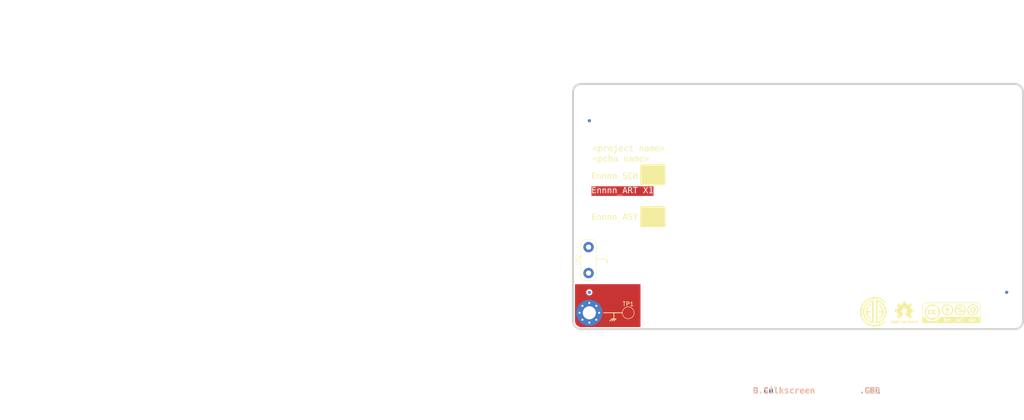
<source format=kicad_pcb>
(kicad_pcb
	(version 20240108)
	(generator "pcbnew")
	(generator_version "8.0")
	(general
		(thickness 1.6)
		(legacy_teardrops no)
	)
	(paper "USLegal")
	(layers
		(0 "F.Cu" signal)
		(1 "In1.Cu" signal)
		(2 "In2.Cu" signal)
		(31 "B.Cu" signal)
		(32 "B.Adhes" user "B.Adhesive")
		(33 "F.Adhes" user "F.Adhesive")
		(34 "B.Paste" user)
		(35 "F.Paste" user)
		(36 "B.SilkS" user "B.Silkscreen")
		(37 "F.SilkS" user "F.Silkscreen")
		(38 "B.Mask" user)
		(39 "F.Mask" user)
		(40 "Dwgs.User" user "User.Drawings")
		(41 "Cmts.User" user "User.Comments")
		(42 "Eco1.User" user "User.Eco1")
		(43 "Eco2.User" user "User.Eco2")
		(44 "Edge.Cuts" user "Board.Outline")
		(45 "Margin" user)
		(46 "B.CrtYd" user "B.Courtyard")
		(47 "F.CrtYd" user "F.Courtyard")
		(48 "B.Fab" user "B.Assembly")
		(49 "F.Fab" user "F.Assembly")
		(50 "User.1" user "Gerber.Title.Block")
		(51 "User.2" user "F.FabNotes")
		(52 "User.3" user "F.FabNotes2")
		(53 "User.4" user "B.FabNotes")
		(54 "User.5" user "B.FabNotes2")
		(55 "User.6" user)
		(56 "User.7" user)
		(57 "User.8" user)
		(58 "User.9" user)
	)
	(setup
		(stackup
			(layer "F.SilkS"
				(type "Top Silk Screen")
			)
			(layer "F.Paste"
				(type "Top Solder Paste")
			)
			(layer "F.Mask"
				(type "Top Solder Mask")
				(thickness 0.01)
			)
			(layer "F.Cu"
				(type "copper")
				(thickness 0.035)
			)
			(layer "dielectric 1"
				(type "prepreg")
				(thickness 0.1)
				(material "FR4")
				(epsilon_r 4.5)
				(loss_tangent 0.02)
			)
			(layer "In1.Cu"
				(type "copper")
				(thickness 0.035)
			)
			(layer "dielectric 2"
				(type "core")
				(thickness 1.24)
				(material "FR4")
				(epsilon_r 4.5)
				(loss_tangent 0.02)
			)
			(layer "In2.Cu"
				(type "copper")
				(thickness 0.035)
			)
			(layer "dielectric 3"
				(type "prepreg")
				(thickness 0.1)
				(material "FR4")
				(epsilon_r 4.5)
				(loss_tangent 0.02)
			)
			(layer "B.Cu"
				(type "copper")
				(thickness 0.035)
			)
			(layer "B.Mask"
				(type "Bottom Solder Mask")
				(thickness 0.01)
			)
			(layer "B.Paste"
				(type "Bottom Solder Paste")
			)
			(layer "B.SilkS"
				(type "Bottom Silk Screen")
			)
			(copper_finish "ENIG")
			(dielectric_constraints no)
		)
		(pad_to_mask_clearance 0)
		(allow_soldermask_bridges_in_footprints no)
		(grid_origin 170 100)
		(pcbplotparams
			(layerselection 0x00010fc_ffffffff)
			(plot_on_all_layers_selection 0x0041000_00000000)
			(disableapertmacros no)
			(usegerberextensions yes)
			(usegerberattributes yes)
			(usegerberadvancedattributes yes)
			(creategerberjobfile yes)
			(dashed_line_dash_ratio 12.000000)
			(dashed_line_gap_ratio 3.000000)
			(svgprecision 4)
			(plotframeref no)
			(viasonmask no)
			(mode 1)
			(useauxorigin yes)
			(hpglpennumber 1)
			(hpglpenspeed 20)
			(hpglpendiameter 15.000000)
			(pdf_front_fp_property_popups yes)
			(pdf_back_fp_property_popups yes)
			(dxfpolygonmode yes)
			(dxfimperialunits yes)
			(dxfusepcbnewfont yes)
			(psnegative no)
			(psa4output no)
			(plotreference yes)
			(plotvalue yes)
			(plotfptext yes)
			(plotinvisibletext no)
			(sketchpadsonfab no)
			(subtractmaskfromsilk no)
			(outputformat 1)
			(mirror no)
			(drillshape 0)
			(scaleselection 1)
			(outputdirectory "2_Fabrication/artwork/")
		)
	)
	(property "art_checked_date" "<art checked date>")
	(property "art_checker" "<art checker>")
	(property "art_eng" "<art engineer>")
	(property "art_eng_date" "<art engineer date>")
	(property "art_prj_eng_date" "<art prj eng date>")
	(property "art_rev" "X1")
	(property "base_pn" "Ennnn")
	(property "pcb_checked_date" "<pcb checked date>")
	(property "pcb_checker" "<pcb checker>")
	(property "pcb_eng" "<pcb engineer>")
	(property "pcb_eng_date" "<pcb engineer date>")
	(property "pcb_prj_eng_date" "<pcb prj eng date>")
	(property "pcb_rev" "X1")
	(property "pcba_checked_date" "<pcba checked date>")
	(property "pcba_checker" "<pcba checker>")
	(property "pcba_eng" "<pcba engineer>")
	(property "pcba_eng_date" "<pcba engineer date>")
	(property "pcba_name" "<pcba name>")
	(property "pcba_prj_eng_date" "<pcba prj eng date>")
	(property "pcba_rev" "X1")
	(property "prj_eng" "<prj_eng>")
	(property "prj_license" "<prj license>")
	(property "prj_name" "<project name>")
	(property "sch_checked_date" "<sch checked date>")
	(property "sch_checker" "<sch checker>")
	(property "sch_eng" "<sch engineer>")
	(property "sch_eng_date" "<sch engineer date>")
	(property "sch_prj_eng_date" "<sch prj eng date>")
	(property "sch_rev" "X1")
	(net 0 "")
	(net 1 "Earth")
	(net 2 "GND")
	(footprint "Logos:footprint_ddcee_5x5" (layer "F.Cu") (at 243.75 95.75))
	(footprint "Logos:footprint_CC-BY-SA-NC" (layer "F.Cu") (at 262.5 96))
	(footprint "TestPoint:TestPoint_Pad_D2.5mm" (layer "F.Cu") (at 183.5 96))
	(footprint "Fiducial:Fiducial_0.75mm_Mask1.5mm" (layer "F.Cu") (at 174 49))
	(footprint "Fiducial:Fiducial_0.75mm_Mask1.5mm" (layer "F.Cu") (at 276 91))
	(footprint "MountingHole:MountingHole_3.2mm_M3_Pad_Via" (layer "F.Cu") (at 174 96))
	(footprint "Fiducial:Fiducial_0.75mm_Mask1.5mm" (layer "F.Cu") (at 174 91))
	(footprint "MountingHole:MountingHole_3.2mm_M3" (layer "F.Cu") (at 276 44))
	(footprint "MountingHole:MountingHole_3.2mm_M3" (layer "F.Cu") (at 174 44))
	(footprint "MountingHole:MountingHole_3.2mm_M3" (layer "F.Cu") (at 276 96))
	(footprint "Symbol:OSHW-Logo2_7.3x6mm_SilkScreen" (layer "F.Cu") (at 251 96))
	(footprint "DDCEE:TP_2P_Keystone_1430-2" (layer "F.Cu") (at 173.81 83.109 90))
	(footprint "Fiducial:Fiducial_0.75mm_Mask1.5mm" (layer "B.Cu") (at 174 49 180))
	(footprint "Fiducial:Fiducial_0.75mm_Mask1.5mm" (layer "B.Cu") (at 276 91 180))
	(footprint "Fiducial:Fiducial_0.75mm_Mask1.5mm" (layer "B.Cu") (at 174 91 180))
	(gr_line
		(start 180 97.5)
		(end 180.5 97.5)
		(stroke
			(width 0.2)
			(type default)
		)
		(layer "F.SilkS")
		(uuid "0dcf417d-df4b-4d2c-bb2f-349de9161a0d")
	)
	(gr_rect
		(start 186.5 59.75)
		(end 192.5 64.75)
		(stroke
			(width 0.1)
			(type solid)
		)
		(fill solid)
		(layer "F.SilkS")
		(uuid "13ea2c1b-001f-491c-9fa7-9fa7f47459c3")
	)
	(gr_line
		(start 178.382 83.49)
		(end 178.128 83.49)
		(stroke
			(width 0.1)
			(type default)
		)
		(layer "F.SilkS")
		(uuid "31d3069f-44c2-482a-9224-c14427773d2d")
	)
	(gr_line
		(start 178.636 83.49)
		(end 178.382 83.49)
		(stroke
			(width 0.1)
			(type default)
		)
		(layer "F.SilkS")
		(uuid "330580aa-0b40-4960-92f4-9e4be87d2dba")
	)
	(gr_line
		(start 178.128 83.49)
		(end 178.382 83.871)
		(stroke
			(width 0.1)
			(type default)
		)
		(layer "F.SilkS")
		(uuid "33585e63-5b03-44c2-bbc3-e8908788c2f1")
	)
	(gr_line
		(start 180 97.5)
		(end 179.5 98)
		(stroke
			(width 0.2)
			(type default)
		)
		(layer "F.SilkS")
		(uuid "37d4d8bd-08df-46c3-8684-707dd42b5648")
	)
	(gr_line
		(start 180 97.5)
		(end 179.5 97.5)
		(stroke
			(width 0.2)
			(type default)
		)
		(layer "F.SilkS")
		(uuid "53031772-3ed0-48df-a1bb-31e57df20d24")
	)
	(gr_line
		(start 177.5 96)
		(end 182.05 96)
		(stroke
			(width 0.2)
			(type default)
		)
		(layer "F.SilkS")
		(uuid "6b976f71-5ea0-49cd-9de0-45875ef4c8c6")
	)
	(gr_line
		(start 178.382 82.855)
		(end 178.382 83.49)
		(stroke
			(width 0.1)
			(type default)
		)
		(layer "F.SilkS")
		(uuid "709171cd-5726-4d68-899a-d7e45cfdbd21")
	)
	(gr_line
		(start 178.382 83.871)
		(end 178.636 83.49)
		(stroke
			(width 0.1)
			(type default)
		)
		(layer "F.SilkS")
		(uuid "7b02392b-e7f8-4f5b-9b04-b948a6e324cd")
	)
	(gr_line
		(start 179.5 97.5)
		(end 179 98)
		(stroke
			(width 0.2)
			(type default)
		)
		(layer "F.SilkS")
		(uuid "85bb451f-9305-41c0-832f-4630a159c0e6")
	)
	(gr_line
		(start 175.715 82.855)
		(end 178.382 82.855)
		(stroke
			(width 0.1)
			(type default)
		)
		(layer "F.SilkS")
		(uuid "95d8d0b8-8eba-4f67-8422-7aea021de3d1")
	)
	(gr_rect
		(start 186.5 70)
		(end 192.5 75)
		(stroke
			(width 0.1)
			(type solid)
		)
		(fill solid)
		(layer "F.SilkS")
		(uuid "99252813-ef97-4973-9fcb-ddb7bc57c65d")
	)
	(gr_line
		(start 179.5 97.5)
		(end 180 97.5)
		(stroke
			(width 0.2)
			(type default)
		)
		(layer "F.SilkS")
		(uuid "b548883b-c706-4987-92f5-c5ea8563e0bd")
	)
	(gr_line
		(start 180 96)
		(end 180 97.5)
		(stroke
			(width 0.2)
			(type default)
		)
		(layer "F.SilkS")
		(uuid "b8f532c5-d638-46cb-ada7-2e041f674c13")
	)
	(gr_line
		(start 180.5 97.5)
		(end 180 98)
		(stroke
			(width 0.2)
			(type default)
		)
		(layer "F.SilkS")
		(uuid "d20de10c-c318-4fc4-ba50-5497944272a9")
	)
	(gr_arc
		(start 278 40)
		(mid 279.414214 40.585786)
		(end 280 42)
		(stroke
			(width 0.5)
			(type default)
		)
		(layer "Edge.Cuts")
		(uuid "0fa91bda-2771-4007-90f3-a8d5fc022e04")
	)
	(gr_arc
		(start 170 42)
		(mid 170.585786 40.585786)
		(end 172 40)
		(stroke
			(width 0.5)
			(type default)
		)
		(layer "Edge.Cuts")
		(uuid "16e17c01-13ee-41df-8783-16c972a65ef3")
	)
	(gr_line
		(start 172 40)
		(end 278 40)
		(stroke
			(width 0.5)
			(type default)
		)
		(layer "Edge.Cuts")
		(uuid "2a00a707-7e56-4914-9679-9c68490b57e2")
	)
	(gr_arc
		(start 172 100)
		(mid 170.585786 99.414214)
		(end 170 98)
		(stroke
			(width 0.5)
			(type default)
		)
		(layer "Edge.Cuts")
		(uuid "55bd4598-cca1-4501-a58b-661a5ecf5d1b")
	)
	(gr_line
		(start 278 100)
		(end 172 100)
		(stroke
			(width 0.5)
			(type default)
		)
		(layer "Edge.Cuts")
		(uuid "91a69d93-811a-4075-8220-8039a8f5574e")
	)
	(gr_line
		(start 170 98)
		(end 170 42)
		(stroke
			(width 0.5)
			(type default)
		)
		(layer "Edge.Cuts")
		(uuid "b64e9755-d192-435c-8327-4c57a50096c3")
	)
	(gr_line
		(start 280 42)
		(end 280 98)
		(stroke
			(width 0.5)
			(type default)
		)
		(layer "Edge.Cuts")
		(uuid "b686bee5-0599-476e-8a66-216bf5e69aef")
	)
	(gr_arc
		(start 280 98)
		(mid 279.414214 99.414214)
		(end 278 100)
		(stroke
			(width 0.5)
			(type default)
		)
		(layer "Edge.Cuts")
		(uuid "cf69f061-a8bd-4649-810d-749fbcd17fcb")
	)
	(gr_line
		(start 213 112)
		(end 254 112)
		(stroke
			(width 0.1)
			(type default)
		)
		(layer "User.1")
		(uuid "495c911d-3487-46f3-b146-75655416a65b")
	)
	(gr_line
		(start 253 122)
		(end 199 122)
		(stroke
			(width 0.1)
			(type default)
		)
		(layer "User.1")
		(uuid "53f537b0-96d5-471a-ac19-fa1a15d818c6")
	)
	(gr_line
		(start 213 110)
		(end 213 122)
		(stroke
			(width 0.1)
			(type default)
		)
		(layer "User.1")
		(uuid "5532e964-91d3-4c85-9c11-3d4f539023ca")
	)
	(gr_line
		(start 236 112)
		(end 236 114)
		(stroke
			(width 0.1)
			(type default)
		)
		(layer "User.1")
		(uuid "773f1f31-26aa-48e6-bfff-a4d7c61378f8")
	)
	(gr_line
		(start 254 111)
		(end 254 121)
		(stroke
			(width 0.1)
			(type default)
		)
		(layer "User.1")
		(uuid "87cbf228-d7a2-4db5-b1af-4970ee7fde86")
	)
	(gr_line
		(start 198 114)
		(end 254 114)
		(stroke
			(width 0.1)
			(type default)
		)
		(layer "User.1")
		(uuid "977de40f-2f77-4b74-baad-46eaf7f1b5a4")
	)
	(gr_line
		(start 199 110)
		(end 253 110)
		(stroke
			(width 0.1)
			(type default)
		)
		(layer "User.1")
		(uuid "adf2a7e3-97c2-44d8-8fc5-c3d147bc6d49")
	)
	(gr_arc
		(start 199 122)
		(mid 198.292893 121.707107)
		(end 198 121)
		(stroke
			(width 0.1)
			(type default)
		)
		(layer "User.1")
		(uuid "b296e37a-336c-4227-9a87-975ef077bd08")
	)
	(gr_arc
		(start 253 110)
		(mid 253.707107 110.292893)
		(end 254 111)
		(stroke
			(width 0.1)
			(type default)
		)
		(layer "User.1")
		(uuid "b412ee74-d167-4061-ac83-29cab12b9df1")
	)
	(gr_arc
		(start 254 121)
		(mid 253.707107 121.707107)
		(end 253 122)
		(stroke
			(width 0.1)
			(type default)
		)
		(layer "User.1")
		(uuid "c0efa227-dd21-4b9f-975f-0df7b2981ecc")
	)
	(gr_line
		(start 231 112)
		(end 231 122)
		(stroke
			(width 0.1)
			(type default)
		)
		(layer "User.1")
		(uuid "c76786d7-4817-4796-8c4c-bc8419356c98")
	)
	(gr_arc
		(start 198 111)
		(mid 198.292893 110.292893)
		(end 199 110)
		(stroke
			(width 0.1)
			(type default)
		)
		(layer "User.1")
		(uuid "d79e472c-3fc4-4503-8132-56d8853d5a0c")
	)
	(gr_line
		(start 198 120)
		(end 254 120)
		(stroke
			(width 0.1)
			(type default)
		)
		(layer "User.1")
		(uuid "deb2e02e-7a7b-4bf4-b64c-f1addd793b22")
	)
	(gr_line
		(start 198 121)
		(end 198 111)
		(stroke
			(width 0.1)
			(type default)
		)
		(layer "User.1")
		(uuid "e7e88c09-6054-40f5-bc7e-e5f414583b52")
	)
	(gr_line
		(start 198 118)
		(end 254 118)
		(stroke
			(width 0.1)
			(type default)
		)
		(layer "User.1")
		(uuid "eb83e05f-adea-45c7-8b70-97ccbae9d5b9")
	)
	(gr_line
		(start 240 114)
		(end 240 116)
		(stroke
			(width 0.1)
			(type default)
		)
		(layer "User.1")
		(uuid "f6a8dd74-b5f4-4671-9666-f9943477681d")
	)
	(gr_line
		(start 198 116)
		(end 254 116)
		(stroke
			(width 0.1)
			(type default)
		)
		(layer "User.1")
		(uuid "f9ee94b0-877a-4735-a73a-d228789b3797")
	)
	(gr_line
		(start 236 116)
		(end 236 122)
		(stroke
			(width 0.1)
			(type default)
		)
		(layer "User.1")
		(uuid "fa3a3217-9c5e-41b5-95d3-ef44d8519447")
	)
	(gr_line
		(start 30 86.762)
		(end 153.328575 86.762)
		(stroke
			(width 0.1)
			(type default)
		)
		(layer "User.2")
		(uuid "03a0eb4c-6146-4851-834c-0a2c5e78889e")
	)
	(gr_line
		(start 45.385714 50)
		(end 45.385714 101.186)
		(stroke
			(width 0.1)
			(type default)
		)
		(layer "User.2")
		(uuid "1b5c2a9d-7b0b-4338-b68c-8e9e6a269c24")
	)
	(gr_line
		(start 30 68.732)
		(end 153.328575 68.732)
		(stroke
			(width 0.1)
			(type default)
		)
		(layer "User.2")
		(uuid "1e8cdfc7-7a9e-442b-933a-77dc90838c48")
	)
	(gr_line
		(start 30 65.126)
		(end 153.328575 65.126)
		(stroke
			(width 0.1)
			(type default)
		)
		(layer "User.2")
		(uuid "1fb4e14b-8419-46cc-b9fd-22d21a010b71")
	)
	(gr_line
		(start 70.457142 50)
		(end 70.457142 101.186)
		(stroke
			(width 0.1)
			(type default)
		)
		(layer "User.2")
		(uuid "238e2f57-b678-4463-9be7-8bdc2a0affaf")
	)
	(gr_line
		(start 153.328575 50)
		(end 153.328575 101.186)
		(stroke
			(width 0.1)
			(type default)
		)
		(layer "User.2")
		(uuid "268d964b-d6f8-495c-a82d-609aaeac8b52")
	)
	(gr_line
		(start 30 97.58)
		(end 153.328575 97.58)
		(stroke
			(width 0.1)
			(type default)
		)
		(layer "User.2")
		(uuid "2be2b0d3-82cc-4d8d-9431-9f89116324d0")
	)
	(gr_line
		(start 30 72.338)
		(end 153.328575 72.338)
		(stroke
			(width 0.1)
			(type default)
		)
		(layer "User.2")
		(uuid "599f8d36-28b5-4074-bbce-b5ac5f087ca6")
	)
	(gr_line
		(start 30 83.156)
		(end 153.328575 83.156)
		(stroke
			(width 0.1)
			(type default)
		)
		(layer "User.2")
		(uuid "73f2138e-1931-4121-b6b9-9965926558e6")
	)
	(gr_line
		(start 30 75.944)
		(end 153.328575 75.944)
		(stroke
			(width 0.1)
			(type default)
		)
		(layer "User.2")
		(uuid "79710314-a44e-4497-b332-becf8e80fb31")
	)
	(gr_line
		(start 30 93.974)
		(end 153.328575 93.974)
		(stroke
			(width 0.1)
			(type default)
		)
		(layer "User.2")
		(uuid "7cd248cd-561b-4536-af55-be46cf2893cb")
	)
	(gr_line
		(start 30 57.914)
		(end 153.328575 57.914)
		(stroke
			(width 0.1)
			(type default)
		)
		(layer "User.2")
		(uuid "85964560-5612-4ede-9a8e-a569a8271aff")
	)
	(gr_line
		(start 30 50)
		(end 153.328575 50)
		(stroke
			(width 0.1)
			(type default)
		)
		(layer "User.2")
		(uuid "89bfe29b-fbb0-46c9-b8e2-f2c274b20f04")
	)
	(gr_line
		(start 30 101.186)
		(end 153.328575 101.186)
		(stroke
			(width 0.1)
			(type default)
		)
		(layer "User.2")
		(uuid "931629c6-274b-484b-88b3-029ce8987434")
	)
	(gr_line
		(start 106.985715 50)
		(end 106.985715 101.186)
		(stroke
			(width 0.1)
			(type default)
		)
		(layer "User.2")
		(uuid "a27d30ce-3158-4d95-9eb8-a27e95ed1eba")
	)
	(gr_line
		(start 30 61.52)
		(end 153.328575 61.52)
		(stroke
			(width 0.1)
			(type default)
		)
		(layer "User.2")
		(uuid "ade48609-9056-410c-8b9b-be3cbab05882")
	)
	(gr_line
		(start 136.371431 50)
		(end 136.371431 101.186)
		(stroke
			(width 0.1)
			(type default)
		)
		(layer "User.2")
		(uuid "af687ddf-ea3d-4630-9e88-5b1b020da470")
	)
	(gr_line
		(start 30 79.55)
		(end 153.328575 79.55)
		(stroke
			(width 0.1)
			(type default)
		)
		(layer "User.2")
		(uuid "bf7b2754-4fa1-4b6e-b338-df64e312d105")
	)
	(gr_line
		(start 30 50)
		(end 30 101.186)
		(stroke
			(width 0.1)
			(type default)
		)
		(layer "User.2")
		(uuid "c2937f2e-69ea-431f-9ceb-f54abe2a0f78")
	)
	(gr_line
		(start 30 90.368)
		(end 153.328575 90.368)
		(stroke
			(width 0.1)
			(type default)
		)
		(layer "User.2")
		(uuid "e438b26f-2d64-414f-bfe6-078d2d3e0213")
	)
	(gr_line
		(start 123.485716 50)
		(end 123.485716 101.186)
		(stroke
			(width 0.1)
			(type default)
		)
		(layer "User.2")
		(uuid "f0d80ed5-b8c0-42a2-bb5e-611d3b88b8f9")
	)
	(gr_line
		(start 30 54.308)
		(end 153.328575 54.308)
		(stroke
			(width 0.1)
			(type default)
		)
		(layer "User.2")
		(uuid "f198a805-ce5f-4de6-8b56-6f9a437e2166")
	)
	(gr_line
		(start 86.957143 50)
		(end 86.957143 101.186)
		(stroke
			(width 0.1)
			(type default)
		)
		(layer "User.2")
		(uuid "f5867a16-b785-403c-8872-78f2d7b14611")
	)
	(gr_text "${base_pn}_ART ${art_rev}"
		(at 174.5 67 0)
		(layer "F.Cu" knockout)
		(uuid "34831a8d-d6cf-4acf-a052-9ffa742b7966")
		(effects
			(font
				(face "Liberation Mono")
				(size 1.5 1.5)
				(thickness 0.1)
			)
			(justify left bottom)
		)
		(render_cache "Ennnn_ART X1" 0
			(polygon
				(pts
					(xy 174.667062 66.745) (xy 174.667062 65.361608) (xy 175.613747 65.361608) (xy 175.613747 65.522442)
					(xy 174.863799 65.522442) (xy 174.863799 65.947791) (xy 175.552198 65.947791) (xy 175.552198 66.106427)
					(xy 174.863799 66.106427) (xy 174.863799 66.584166) (xy 175.656245 66.584166) (xy 175.656245 66.745)
				)
			)
			(polygon
				(pts
					(xy 176.654588 66.745) (xy 176.654588 66.019232) (xy 176.650299 65.945069) (xy 176.633407 65.870167)
					(xy 176.600366 65.808206) (xy 176.5409 65.761123) (xy 176.46358 65.741011) (xy 176.428175 65.73933)
					(xy 176.352734 65.74856) (xy 176.280079 65.780037) (xy 176.223422 65.828036) (xy 176.218248 65.833852)
					(xy 176.175164 65.899511) (xy 176.150032 65.969861) (xy 176.137825 66.050877) (xy 176.136549 66.090307)
					(xy 176.136549 66.745) (xy 175.950802 66.745) (xy 175.950802 65.859863) (xy 175.950504 65.781119)
					(xy 175.949245 65.701411) (xy 175.945328 65.625576) (xy 175.944574 65.619528) (xy 176.119696 65.619528)
					(xy 176.121894 65.647006) (xy 176.124459 65.698297) (xy 176.127196 65.774477) (xy 176.128122 65.807107)
					(xy 176.131053 65.807107) (xy 176.176627 65.735391) (xy 176.232015 65.678513) (xy 176.297218 65.636473)
					(xy 176.372235 65.60927) (xy 176.457067 65.596905) (xy 176.487526 65.596081) (xy 176.561236 65.600744)
					(xy 176.63483 65.617494) (xy 176.704047 65.650898) (xy 176.753506 65.693534) (xy 176.795833 65.75664)
					(xy 176.821828 65.826649) (xy 176.835595 65.898652) (xy 176.840982 65.980683) (xy 176.841067 65.99322)
					(xy 176.841067 66.745)
				)
			)
			(polygon
				(pts
					(xy 177.914881 66.745) (xy 177.914881 66.019232) (xy 177.910592 65.945069) (xy 177.8937 65.870167)
					(xy 177.860659 65.808206) (xy 177.801193 65.761123) (xy 177.723873 65.741011) (xy 177.688468 65.73933)
					(xy 177.613027 65.74856) (xy 177.540373 65.780037) (xy 177.483715 65.828036) (xy 177.478541 65.833852)
					(xy 177.435457 65.899511) (xy 177.410325 65.969861) (xy 177.398118 66.050877) (xy 177.396842 66.090307)
					(xy 177.396842 66.745) (xy 177.211095 66.745) (xy 177.211095 65.859863) (xy 177.210797 65.781119)
					(xy 177.209538 65.701411) (xy 177.205621 65.625576) (xy 177.204867 65.619528) (xy 177.379989 65.619528)
					(xy 177.382187 65.647006) (xy 177.384752 65.698297) (xy 177.387489 65.774477) (xy 177.388415 65.807107)
					(xy 177.391346 65.807107) (xy 177.43692 65.735391) (xy 177.492308 65.678513) (xy 177.557511 65.636473)
					(xy 177.632529 65.60927) (xy 177.71736 65.596905) (xy 177.747819 65.596081) (xy 177.82153 65.600744)
					(xy 177.895123 65.617494) (xy 177.96434 65.650898) (xy 178.013799 65.693534) (xy 178.056126 65.75664)
					(xy 178.082121 65.826649) (xy 178.095888 65.898652) (xy 178.101275 65.980683) (xy 178.10136 65.99322)
					(xy 178.10136 66.745)
				)
			)
			(polygon
				(pts
					(xy 179.175174 66.745) (xy 179.175174 66.019232) (xy 179.170885 65.945069) (xy 179.153994 65.870167)
					(xy 179.120952 65.808206) (xy 179.061487 65.761123) (xy 178.984167 65.741011) (xy 178.948761 65.73933)
					(xy 178.87332 65.74856) (xy 178.800666 65.780037) (xy 178.744008 65.828036) (xy 178.738834 65.833852)
					(xy 178.695751 65.899511) (xy 178.670618 65.969861) (xy 178.658411 66.050877) (xy 178.657135 66.090307)
					(xy 178.657135 66.745) (xy 178.471388 66.745) (xy 178.471388 65.859863) (xy 178.47109 65.781119)
					(xy 178.469831 65.701411) (xy 178.465914 65.625576) (xy 178.46516 65.619528) (xy 178.640282 65.619528)
					(xy 178.64248 65.647006) (xy 178.645045 65.698297) (xy 178.647782 65.774477) (xy 178.648709 65.807107)
					(xy 178.651639 65.807107) (xy 178.697213 65.735391) (xy 178.752601 65.678513) (xy 178.817804 65.636473)
					(xy 178.892822 65.60927) (xy 178.977654 65.596905) (xy 179.008112 65.596081) (xy 179.081823 65.600744)
					(xy 179.155416 65.617494) (xy 179.224633 65.650898) (xy 179.274092 65.693534) (xy 179.316419 65.75664)
					(xy 179.342414 65.826649) (xy 179.356181 65.898652) (xy 179.361568 65.980683) (xy 179.361653 65.99322)
					(xy 179.361653 66.745)
				)
			)
			(polygon
				(pts
					(xy 180.435467 66.745) (xy 180.435467 66.019232) (xy 180.431178 65.945069) (xy 180.414287 65.870167)
					(xy 180.381245 65.808206) (xy 180.32178 65.761123) (xy 180.24446 65.741011) (xy 180.209054 65.73933)
					(xy 180.133613 65.74856) (xy 180.060959 65.780037) (xy 180.004301 65.828036) (xy 179.999127 65.833852)
					(xy 179.956044 65.899511) (xy 179.930912 65.969861) (xy 179.918705 66.050877) (xy 179.917428 66.090307)
					(xy 179.917428 66.745) (xy 179.731681 66.745) (xy 179.731681 65.859863) (xy 179.731383 65.781119)
					(xy 179.730124 65.701411) (xy 179.726207 65.625576) (xy 179.725453 65.619528) (xy 179.900575 65.619528)
					(xy 179.902773 65.647006) (xy 179.905338 65.698297) (xy 179.908075 65.774477) (xy 179.909002 65.807107)
					(xy 179.911933 65.807107) (xy 179.957506 65.735391) (xy 180.012894 65.678513) (xy 180.078097 65.636473)
					(xy 180.153115 65.60927) (xy 180.237947 65.596905) (xy 180.268405 65.596081) (xy 180.342116 65.600744)
					(xy 180.415709 65.617494) (xy 180.484926 65.650898) (xy 180.534385 65.693534) (xy 180.576712 65.75664)
					(xy 180.602707 65.826649) (xy 180.616474 65.898652) (xy 180.621861 65.980683) (xy 180.621946 65.99322)
					(xy 180.621946 66.745)
				)
			)
			(polygon
				(pts
					(xy 180.796336 66.961154) (xy 180.796336 66.862236) (xy 182.072016 66.862236) (xy 182.072016 66.961154)
				)
			)
			(polygon
				(pts
					(xy 183.32718 66.745) (xy 183.127145 66.745) (xy 182.984996 66.359218) (xy 182.405041 66.359218)
					(xy 182.263625 66.745) (xy 182.061758 66.745) (xy 182.266562 66.205711) (xy 182.457431 66.205711)
					(xy 182.934438 66.205711) (xy 182.756385 65.689504) (xy 182.696667 65.509986) (xy 182.684211 65.550286)
					(xy 182.613136 65.769005) (xy 182.457431 66.205711) (xy 182.266562 66.205711) (xy 182.587124 65.361608)
					(xy 182.810973 65.361608)
				)
			)
			(polygon
				(pts
					(xy 184.071873 65.365073) (xy 184.149805 65.375467) (xy 184.230569 65.396351) (xy 184.300393 65.426668)
					(xy 184.351535 65.46016) (xy 184.406512 65.514565) (xy 184.445782 65.579595) (xy 184.469344 65.655249)
					(xy 184.477075 65.730162) (xy 184.477198 65.741528) (xy 184.469576 65.823077) (xy 184.446711 65.897092)
					(xy 184.408602 65.963572) (xy 184.380844 65.99725) (xy 184.321457 66.049633) (xy 184.251696 66.089728)
					(xy 184.180976 66.115053) (xy 184.122557 66.127676) (xy 184.534717 66.745) (xy 184.308304 66.745)
					(xy 183.930949 66.15039) (xy 183.685851 66.15039) (xy 183.685851 66.745) (xy 183.489113 66.745)
					(xy 183.489113 65.994685) (xy 183.685851 65.994685) (xy 183.974546 65.994685) (xy 184.051971 65.989585)
					(xy 184.125287 65.971954) (xy 184.190479 65.938014) (xy 184.200593 65.930205) (xy 184.248592 65.873739)
					(xy 184.274438 65.801612) (xy 184.279361 65.744825) (xy 184.268349 65.668129) (xy 184.227664 65.598706)
					(xy 184.157001 65.550881) (xy 184.072573 65.527079) (xy 183.985391 65.519365) (xy 183.96612 65.519145)
					(xy 183.685851 65.519145) (xy 183.685851 65.994685) (xy 183.489113 65.994685) (xy 183.489113 65.361608)
					(xy 183.985903 65.361608)
				)
			)
			(polygon
				(pts
					(xy 185.312875 65.522442) (xy 185.312875 66.745) (xy 185.117236 66.745) (xy 185.117236 65.522442)
					(xy 184.660746 65.522442) (xy 184.660746 65.361608) (xy 185.769364 65.361608) (xy 185.769364 65.522442)
				)
			)
			(polygon
				(pts
					(xy 187.735642 65.887707) (xy 188.078558 65.361608) (xy 188.289951 65.361608) (xy 187.841887 66.022163)
					(xy 188.332083 66.745) (xy 188.121057 66.745) (xy 187.735642 66.157351) (xy 187.351325 66.745)
					(xy 187.139933 66.745) (xy 187.630495 66.022163) (xy 187.182431 65.361608) (xy 187.393457 65.361608)
				)
			)
			(polygon
				(pts
					(xy 188.525157 66.745) (xy 188.525157 66.595523) (xy 188.97725 66.595523) (xy 188.97725 65.550286)
					(xy 188.928999 65.611792) (xy 188.868349 65.654496) (xy 188.796266 65.689504) (xy 188.725283 65.71531)
					(xy 188.646084 65.735528) (xy 188.56758 65.746415) (xy 188.515631 65.748489) (xy 188.515631 65.596081)
					(xy 188.590782 65.591937) (xy 188.663825 65.579503) (xy 188.734763 65.558781) (xy 188.803593 65.529769)
					(xy 188.873351 65.48951) (xy 188.935633 65.438319) (xy 188.981887 65.38033) (xy 188.992637 65.361608)
					(xy 189.163729 65.361608) (xy 189.163729 66.595523) (xy 189.527529 66.595523) (xy 189.527529 66.745)
				)
			)
		)
	)
	(gr_text "${LAYER}"
		(at 214 116 0)
		(layer "F.Cu")
		(uuid "720099b5-e803-49b0-9d17-a51e9c1e80f5")
		(effects
			(font
				(face "Liberation Mono")
				(size 1.5 1.5)
				(thickness 0.3)
				(bold yes)
			)
			(justify left bottom)
		)
		(render_cache "F.Cu" 0
			(polygon
				(pts
					(xy 214.475907 114.596448) (xy 214.475907 114.994685) (xy 215.115945 114.994685) (xy 215.115945 115.229525)
					(xy 214.475907 115.229525) (xy 214.475907 115.745) (xy 214.172191 115.745) (xy 214.172191 114.361608)
					(xy 215.139759 114.361608) (xy 215.139759 114.596448)
				)
			)
			(polygon
				(pts
					(xy 215.744626 115.745) (xy 215.744626 115.440184) (xy 216.04248 115.440184) (xy 216.04248 115.745)
				)
			)
			(polygon
				(pts
					(xy 216.912229 115.047076) (xy 216.914766 115.130057) (xy 216.922379 115.20562) (xy 216.937673 115.284399)
					(xy 216.963611 115.362069) (xy 216.984403 115.403914) (xy 217.030594 115.464483) (xy 217.095037 115.508532)
					(xy 217.17329 115.52811) (xy 217.199459 115.529211) (xy 217.277563 115.513389) (xy 217.344814 115.465922)
					(xy 217.394755 115.398429) (xy 217.430948 115.321295) (xy 217.446755 115.276053) (xy 217.728122 115.329909)
					(xy 217.700167 115.40828) (xy 217.667685 115.478943) (xy 217.617333 115.561169) (xy 217.558932 115.629691)
					(xy 217.492483 115.684508) (xy 217.417985 115.725621) (xy 217.335438 115.753029) (xy 217.244843 115.766734)
					(xy 217.196528 115.768447) (xy 217.109436 115.763966) (xy 217.029052 115.750522) (xy 216.955377 115.728116)
					(xy 216.88841 115.696748) (xy 216.816904 115.647276) (xy 216.755059 115.584898) (xy 216.711258 115.523275)
					(xy 216.674881 115.453351) (xy 216.645928 115.375126) (xy 216.624398 115.288601) (xy 216.61252 115.213405)
					(xy 216.605393 115.132896) (xy 216.603018 115.047076) (xy 216.605305 114.96123) (xy 216.612165 114.880924)
					(xy 216.6236 114.806155) (xy 216.649328 114.704387) (xy 216.685347 114.615081) (xy 216.731657 114.538235)
					(xy 216.788258 114.473851) (xy 216.85515 114.421929) (xy 216.932333 114.382468) (xy 217.019808 114.355468)
					(xy 217.117573 114.34093) (xy 217.188468 114.338161) (xy 217.269316 114.342999) (xy 217.344204 114.357515)
					(xy 217.422492 114.385954) (xy 217.492994 114.427033) (xy 217.509403 114.439277) (xy 217.569784 114.495789)
					(xy 217.615593 114.555305) (xy 217.654845 114.624217) (xy 217.687541 114.702526) (xy 217.699546 114.738963)
					(xy 217.419277 114.807107) (xy 217.395117 114.737849) (xy 217.357522 114.670957) (xy 217.329518 114.637847)
					(xy 217.269669 114.594457) (xy 217.197312 114.577456) (xy 217.192498 114.577397) (xy 217.111756 114.588863)
					(xy 217.0447 114.623264) (xy 216.991328 114.680598) (xy 216.951642 114.760865) (xy 216.929746 114.841591)
					(xy 216.916608 114.936995) (xy 216.912503 115.018179)
				)
			)
			(polygon
				(pts
					(xy 218.209525 114.619528) (xy 218.209525 115.254071) (xy 218.213147 115.329935) (xy 218.227414 115.408173)
					(xy 218.255321 115.475355) (xy 218.307028 115.530315) (xy 218.381526 115.551851) (xy 218.386845 115.551926)
					(xy 218.461708 115.534254) (xy 218.520047 115.486199) (xy 218.539619 115.459602) (xy 218.574036 115.390163)
					(xy 218.592926 115.317119) (xy 218.599833 115.243304) (xy 218.600069 115.225861) (xy 218.600069 114.619528)
					(xy 218.889497 114.619528) (xy 218.889497 115.493307) (xy 218.890164 115.57128) (xy 218.892468 115.651322)
					(xy 218.896903 115.731351) (xy 218.897923 115.745) (xy 218.621685 115.745) (xy 218.615663 115.66845)
					(xy 218.61098 115.590869) (xy 218.609228 115.52628) (xy 218.604099 115.52628) (xy 218.566776 115.596045)
					(xy 218.514432 115.664154) (xy 218.453844 115.715236) (xy 218.385013 115.749291) (xy 218.30794 115.766318)
					(xy 218.266311 115.768447) (xy 218.186879 115.761646) (xy 218.109506 115.737738) (xy 218.044826 115.696615)
					(xy 218.008757 115.659637) (xy 217.965899 115.589879) (xy 217.939578 115.513858) (xy 217.925638 115.436521)
					(xy 217.920444 115.362195) (xy 217.920097 115.335771) (xy 217.920097 114.619528)
				)
			)
		)
	)
	(gr_text ".GTL"
		(at 240 116 0)
		(layer "F.Cu")
		(uuid "a5d56033-284a-41c2-bcfb-bf82924c6ddb")
		(effects
			(font
				(face "Liberation Mono")
				(size 1.5 1.5)
				(thickness 0.3)
				(bold yes)
			)
			(justify left bottom)
		)
		(render_cache ".GTL" 0
			(polygon
				(pts
					(xy 240.484333 115.745) (xy 240.484333 115.440184) (xy 240.782187 115.440184) (xy 240.782187 115.745)
				)
			)
			(polygon
				(pts
					(xy 242.422766 115.560718) (xy 242.360009 115.609405) (xy 242.297035 115.6516) (xy 242.218011 115.695214)
					(xy 242.138647 115.728686) (xy 242.058943 115.752015) (xy 241.978899 115.765201) (xy 241.914619 115.768447)
					(xy 241.833447 115.76384) (xy 241.757998 115.750021) (xy 241.688275 115.726989) (xy 241.612163 115.68719)
					(xy 241.544294 115.634125) (xy 241.494033 115.579769) (xy 241.450443 115.516918) (xy 241.414241 115.446519)
					(xy 241.385428 115.36857) (xy 241.364002 115.283071) (xy 241.352181 115.209238) (xy 241.345089 115.130572)
					(xy 241.342725 115.047076) (xy 241.344971 114.96123) (xy 241.351712 114.880924) (xy 241.362946 114.806155)
					(xy 241.388223 114.704387) (xy 241.423611 114.615081) (xy 241.469109 114.538235) (xy 241.524719 114.473851)
					(xy 241.590439 114.421929) (xy 241.66627 114.382468) (xy 241.752212 114.355468) (xy 241.848264 114.34093)
					(xy 241.917916 114.338161) (xy 241.99576 114.342789) (xy 242.076738 114.359413) (xy 242.149197 114.388126)
					(xy 242.21314 114.42893) (xy 242.220533 114.434881) (xy 242.275465 114.489309) (xy 242.322657 114.556239)
					(xy 242.357602 114.625059) (xy 242.386621 114.70345) (xy 242.393824 114.727606) (xy 242.111357 114.78366)
					(xy 242.088027 114.713562) (xy 242.048024 114.642659) (xy 241.990869 114.593712) (xy 241.920847 114.577397)
					(xy 241.841027 114.588237) (xy 241.769837 114.625204) (xy 241.72022 114.681575) (xy 241.71605 114.688405)
					(xy 241.684526 114.761657) (xy 241.66714 114.833577) (xy 241.655995 114.918575) (xy 241.65141 115.00184)
					(xy 241.650837 115.047076) (xy 241.653258 115.129396) (xy 241.660523 115.204349) (xy 241.675119 115.282482)
					(xy 241.699871 115.359499) (xy 241.719713 115.400983) (xy 241.764343 115.46102) (xy 241.827254 115.504684)
					(xy 241.904191 115.524089) (xy 241.930006 115.525181) (xy 242.003231 115.516661) (xy 242.042847 115.505397)
					(xy 242.109794 115.475229) (xy 242.14433 115.451908) (xy 242.14433 115.219267) (xy 241.862229 115.219267)
					(xy 241.862229 114.994685) (xy 242.422766 114.994685)
				)
			)
			(polygon
				(pts
					(xy 243.305704 114.596448) (xy 243.305704 115.745) (xy 243.001622 115.745) (xy 243.001622 114.596448)
					(xy 242.5836 114.596448) (xy 242.5836 114.361608) (xy 243.724092 114.361608) (xy 243.724092 114.596448)
				)
			)
			(polygon
				(pts
					(xy 243.998133 115.745) (xy 243.998133 114.361608) (xy 244.302215 114.361608) (xy 244.302215 115.51016)
					(xy 244.937124 115.51016) (xy 244.937124 115.745)
				)
			)
		)
	)
	(gr_text ".G2"
		(at 240 116 0)
		(layer "In1.Cu")
		(uuid "3b678daa-bdb2-458d-92b4-404eafe4eebf")
		(effects
			(font
				(face "Liberation Mono")
				(size 1.5 1.5)
				(thickness 0.3)
				(bold yes)
			)
			(justify left bottom)
		)
		(render_cache ".G2" 0
			(polygon
				(pts
					(xy 240.484333 115.745) (xy 240.484333 115.440184) (xy 240.782187 115.440184) (xy 240.782187 115.745)
				)
			)
			(polygon
				(pts
					(xy 242.422766 115.560718) (xy 242.360009 115.609405) (xy 242.297035 115.6516) (xy 242.218011 115.695214)
					(xy 242.138647 115.728686) (xy 242.058943 115.752015) (xy 241.978899 115.765201) (xy 241.914619 115.768447)
					(xy 241.833447 115.76384) (xy 241.757998 115.750021) (xy 241.688275 115.726989) (xy 241.612163 115.68719)
					(xy 241.544294 115.634125) (xy 241.494033 115.579769) (xy 241.450443 115.516918) (xy 241.414241 115.446519)
					(xy 241.385428 115.36857) (xy 241.364002 115.283071) (xy 241.352181 115.209238) (xy 241.345089 115.130572)
					(xy 241.342725 115.047076) (xy 241.344971 114.96123) (xy 241.351712 114.880924) (xy 241.362946 114.806155)
					(xy 241.388223 114.704387) (xy 241.423611 114.615081) (xy 241.469109 114.538235) (xy 241.524719 114.473851)
					(xy 241.590439 114.421929) (xy 241.66627 114.382468) (xy 241.752212 114.355468) (xy 241.848264 114.34093)
					(xy 241.917916 114.338161) (xy 241.99576 114.342789) (xy 242.076738 114.359413) (xy 242.149197 114.388126)
					(xy 242.21314 114.42893) (xy 242.220533 114.434881) (xy 242.275465 114.489309) (xy 242.322657 114.556239)
					(xy 242.357602 114.625059) (xy 242.386621 114.70345) (xy 242.393824 114.727606) (xy 242.111357 114.78366)
					(xy 242.088027 114.713562) (xy 242.048024 114.642659) (xy 241.990869 114.593712) (xy 241.920847 114.577397)
					(xy 241.841027 114.588237) (xy 241.769837 114.625204) (xy 241.72022 114.681575) (xy 241.71605 114.688405)
					(xy 241.684526 114.761657) (xy 241.66714 114.833577) (xy 241.655995 114.918575) (xy 241.65141 115.00184)
					(xy 241.650837 115.047076) (xy 241.653258 115.129396) (xy 241.660523 115.204349) (xy 241.675119 115.282482)
					(xy 241.699871 115.359499) (xy 241.719713 115.400983) (xy 241.764343 115.46102) (xy 241.827254 115.504684)
					(xy 241.904191 115.524089) (xy 241.930006 115.525181) (xy 242.003231 115.516661) (xy 242.042847 115.505397)
					(xy 242.109794 115.475229) (xy 242.14433 115.451908) (xy 242.14433 115.219267) (xy 241.862229 115.219267)
					(xy 241.862229 114.994685) (xy 242.422766 114.994685)
				)
			)
			(polygon
				(pts
					(xy 242.647348 115.745) (xy 242.647348 115.544232) (xy 242.683891 115.473671) (xy 242.724061 115.410105)
					(xy 242.771127 115.346481) (xy 242.79426 115.318185) (xy 242.847337 115.259269) (xy 242.90272 115.204224)
					(xy 242.956833 115.154447) (xy 243.017077 115.102275) (xy 243.071964 115.056967) (xy 243.129368 115.009754)
					(xy 243.189109 114.959148) (xy 243.244149 114.909345) (xy 243.256245 114.897233) (xy 243.304135 114.840312)
					(xy 243.322923 114.811503) (xy 243.346513 114.740338) (xy 243.347103 114.726873) (xy 243.331802 114.653998)
					(xy 243.298743 114.611102) (xy 243.229964 114.577034) (xy 243.156594 114.56897) (xy 243.083835 114.578156)
					(xy 243.017922 114.614011) (xy 243.014811 114.616964) (xy 242.972473 114.681113) (xy 242.952357 114.754283)
					(xy 242.95143 114.760212) (xy 242.659804 114.744092) (xy 242.675399 114.662027) (xy 242.700707 114.588937)
					(xy 242.741522 114.516397) (xy 242.795023 114.45558) (xy 242.81038 114.442208) (xy 242.879279 114.396687)
					(xy 242.94892 114.367526) (xy 243.027292 114.348322) (xy 243.101416 114.339786) (xy 243.154396 114.338161)
					(xy 243.235317 114.341754) (xy 243.309643 114.352535) (xy 243.388022 114.374196) (xy 243.457425 114.405639)
					(xy 243.509769 114.440376) (xy 243.566991 114.495652) (xy 243.607863 114.559628) (xy 243.632387 114.632305)
					(xy 243.640561 114.713684) (xy 243.632206 114.789857) (xy 243.607141 114.864731) (xy 243.569853 114.931671)
					(xy 243.524692 114.991724) (xy 243.468346 115.052356) (xy 243.408869 115.106739) (xy 243.358461 115.147826)
					(xy 243.299143 115.193809) (xy 243.236392 115.24344) (xy 243.174805 115.293692) (xy 243.114015 115.346194)
					(xy 243.089183 115.369476) (xy 243.039509 115.424848) (xy 242.997821 115.489489) (xy 242.989532 115.506863)
					(xy 243.663276 115.506863) (xy 243.663276 115.745)
				)
			)
		)
	)
	(gr_text "${LAYER}"
		(at 214 116 0)
		(layer "In1.Cu")
		(uuid "ab1f3d43-30dc-4d4a-ab65-48f37fc29654")
		(effects
			(font
				(face "Liberation Mono")
				(size 1.5 1.5)
				(thickness 0.3)
				(bold yes)
			)
			(justify left bottom)
		)
		(render_cache "In1.Cu" 0
			(polygon
				(pts
					(xy 214.161933 114.361608) (xy 215.105687 114.361608) (xy 215.105687 114.596448) (xy 214.785118 114.596448)
					(xy 214.785118 115.51016) (xy 215.105687 115.51016) (xy 215.105687 115.745) (xy 214.161933 115.745)
					(xy 214.161933 115.51016) (xy 214.482135 115.51016) (xy 214.482135 114.596448) (xy 214.161933 114.596448)
				)
			)
			(polygon
				(pts
					(xy 216.109525 115.745) (xy 216.109525 115.098367) (xy 216.106366 115.021724) (xy 216.093926 114.944894)
					(xy 216.069591 114.882212) (xy 216.015736 114.830554) (xy 215.939293 114.813402) (xy 215.933304 114.813335)
					(xy 215.859046 114.82637) (xy 215.796741 114.865473) (xy 215.761845 114.906025) (xy 215.725134 114.975212)
					(xy 215.704984 115.048027) (xy 215.697617 115.121636) (xy 215.697365 115.139033) (xy 215.697365 115.745)
					(xy 215.407571 115.745) (xy 215.407571 114.871221) (xy 215.407008 114.793629) (xy 215.405006 114.72321)
					(xy 215.401307 114.649331) (xy 215.399511 114.619528) (xy 215.675383 114.619528) (xy 215.681951 114.69389)
					(xy 215.68381 114.72321) (xy 215.687812 114.797954) (xy 215.688939 114.839347) (xy 215.692969 114.839347)
					(xy 215.728466 114.772989) (xy 215.773346 114.71231) (xy 215.829325 114.661431) (xy 215.840247 114.653967)
					(xy 215.911534 114.618693) (xy 215.985298 114.60066) (xy 216.051639 114.596081) (xy 216.132783 114.602853)
					(xy 216.218999 114.630364) (xy 216.288309 114.679038) (xy 216.340715 114.748875) (xy 216.370468 114.819981)
					(xy 216.389401 114.904631) (xy 216.397516 115.002825) (xy 216.397854 115.02949) (xy 216.397854 115.745)
				)
			)
			(polygon
				(pts
					(xy 216.674092 115.745) (xy 216.674092 115.529577) (xy 217.074895 115.529577) (xy 217.074895 114.61733)
					(xy 217.02897 114.681381) (xy 216.969519 114.728682) (xy 216.914427 114.759113) (xy 216.846083 114.786918)
					(xy 216.767901 114.80714) (xy 216.687358 114.816127) (xy 216.662735 114.816632) (xy 216.662735 114.596081)
					(xy 216.740936 114.591155) (xy 216.814384 114.576375) (xy 216.890419 114.548397) (xy 216.91919 114.533799)
					(xy 216.984699 114.490064) (xy 217.03926 114.437171) (xy 217.082873 114.375118) (xy 217.090282 114.361608)
					(xy 217.364323 114.361608) (xy 217.364323 115.529577) (xy 217.697348 115.529577) (xy 217.697348 115.745)
				)
			)
			(polygon
				(pts
					(xy 218.265212 115.745) (xy 218.265212 115.440184) (xy 218.563066 115.440184) (xy 218.563066 115.745)
				)
			)
			(polygon
				(pts
					(xy 219.432815 115.047076) (xy 219.435353 115.130057) (xy 219.442965 115.20562) (xy 219.458259 115.284399)
					(xy 219.484197 115.362069) (xy 219.504989 115.403914) (xy 219.55118 115.464483) (xy 219.615623 115.508532)
					(xy 219.693876 115.52811) (xy 219.720045 115.529211) (xy 219.798149 115.513389) (xy 219.8654 115.465922)
					(xy 219.915341 115.398429) (xy 219.951534 115.321295) (xy 219.967341 115.276053) (xy 220.248709 115.329909)
					(xy 220.220754 115.40828) (xy 220.188271 115.478943) (xy 220.137919 115.561169) (xy 220.079518 115.629691)
					(xy 220.013069 115.684508) (xy 219.938571 115.725621) (xy 219.856025 115.753029) (xy 219.76543 115.766734)
					(xy 219.717114 115.768447) (xy 219.630022 115.763966) (xy 219.549638 115.750522) (xy 219.475963 115.728116)
					(xy 219.408996 115.696748) (xy 219.33749 115.647276) (xy 219.275645 115.584898) (xy 219.231844 115.523275)
					(xy 219.195467 115.453351) (xy 219.166514 115.375126) (xy 219.144985 115.288601) (xy 219.133106 115.213405)
					(xy 219.125979 115.132896) (xy 219.123604 115.047076) (xy 219.125891 114.96123) (xy 219.132751 114.880924)
					(xy 219.144186 114.806155) (xy 219.169914 114.704387) (xy 219.205933 114.615081) (xy 219.252243 114.538235)
					(xy 219.308844 114.473851) (xy 219.375736 114.421929) (xy 219.45292 114.382468) (xy 219.540394 114.355468)
					(xy 219.63816 114.34093) (xy 219.709054 114.338161) (xy 219.789902 114.342999) (xy 219.86479 114.357515)
					(xy 219.943078 114.385954) (xy 220.01358 114.427033) (xy 220.029989 114.439277) (xy 220.09037 114.495789)
					(xy 220.136179 114.555305) (xy 220.175431 114.624217) (xy 220.208127 114.702526) (xy 220.220132 114.738963)
					(xy 219.939863 114.807107) (xy 219.915703 114.737849) (xy 219.878108 114.670957) (xy 219.850104 114.637847)
					(xy 219.790255 114.594457) (xy 219.717898 114.577456) (xy 219.713084 114.577397) (xy 219.632342 114.588863)
					(xy 219.565286 114.623264) (xy 219.511915 114.680598) (xy 219.472228 114.760865) (xy 219.450332 114.841591)
					(xy 219.437194 114.936995) (xy 219.433089 115.018179)
				)
			)
			(polygon
				(pts
					(xy 220.730111 114.619528) (xy 220.730111 115.254071) (xy 220.733734 115.329935) (xy 220.748 115.408173)
					(xy 220.775907 115.475355) (xy 220.827614 115.530315) (xy 220.902112 115.551851) (xy 220.907431 115.551926)
					(xy 220.982294 115.534254) (xy 221.040633 115.486199) (xy 221.060205 115.459602) (xy 221.094622 115.390163)
					(xy 221.113512 115.317119) (xy 221.120419 115.243304) (xy 221.120655 115.225861) (xy 221.120655 114.619528)
					(xy 221.410083 114.619528) (xy 221.410083 115.493307) (xy 221.41075 115.57128) (xy 221.413054 115.651322)
					(xy 221.417489 115.731351) (xy 221.41851 115.745) (xy 221.142271 115.745) (xy 221.13625 115.66845)
					(xy 221.131566 115.590869) (xy 221.129815 115.52628) (xy 221.124685 115.52628) (xy 221.087362 115.596045)
					(xy 221.035018 115.664154) (xy 220.97443 115.715236) (xy 220.9056 115.749291) (xy 220.828526 115.766318)
					(xy 220.786898 115.768447) (xy 220.707465 115.761646) (xy 220.630092 115.737738) (xy 220.565412 115.696615)
					(xy 220.529344 115.659637) (xy 220.486485 115.589879) (xy 220.460164 115.513858) (xy 220.446225 115.436521)
					(xy 220.44103 115.362195) (xy 220.440683 115.335771) (xy 220.440683 114.619528)
				)
			)
		)
	)
	(gr_text ".G3\n"
		(at 240 116 0)
		(layer "In2.Cu")
		(uuid "76c3f30b-a717-49e2-a611-7113c3988577")
		(effects
			(font
				(face "Liberation Mono")
				(size 1.5 1.5)
				(thickness 0.3)
				(bold yes)
			)
			(justify left bottom)
		)
		(render_cache ".G3\n" 0
			(polygon
				(pts
					(xy 240.484333 115.745) (xy 240.484333 115.440184) (xy 240.782187 115.440184) (xy 240.782187 115.745)
				)
			)
			(polygon
				(pts
					(xy 242.422766 115.560718) (xy 242.360009 115.609405) (xy 242.297035 115.6516) (xy 242.218011 115.695214)
					(xy 242.138647 115.728686) (xy 242.058943 115.752015) (xy 241.978899 115.765201) (xy 241.914619 115.768447)
					(xy 241.833447 115.76384) (xy 241.757998 115.750021) (xy 241.688275 115.726989) (xy 241.612163 115.68719)
					(xy 241.544294 115.634125) (xy 241.494033 115.579769) (xy 241.450443 115.516918) (xy 241.414241 115.446519)
					(xy 241.385428 115.36857) (xy 241.364002 115.283071) (xy 241.352181 115.209238) (xy 241.345089 115.130572)
					(xy 241.342725 115.047076) (xy 241.344971 114.96123) (xy 241.351712 114.880924) (xy 241.362946 114.806155)
					(xy 241.388223 114.704387) (xy 241.423611 114.615081) (xy 241.469109 114.538235) (xy 241.524719 114.473851)
					(xy 241.590439 114.421929) (xy 241.66627 114.382468) (xy 241.752212 114.355468) (xy 241.848264 114.34093)
					(xy 241.917916 114.338161) (xy 241.99576 114.342789) (xy 242.076738 114.359413) (xy 242.149197 114.388126)
					(xy 242.21314 114.42893) (xy 242.220533 114.434881) (xy 242.275465 114.489309) (xy 242.322657 114.556239)
					(xy 242.357602 114.625059) (xy 242.386621 114.70345) (xy 242.393824 114.727606) (xy 242.111357 114.78366)
					(xy 242.088027 114.713562) (xy 242.048024 114.642659) (xy 241.990869 114.593712) (xy 241.920847 114.577397)
					(xy 241.841027 114.588237) (xy 241.769837 114.625204) (xy 241.72022 114.681575) (xy 241.71605 114.688405)
					(xy 241.684526 114.761657) (xy 241.66714 114.833577) (xy 241.655995 114.918575) (xy 241.65141 115.00184)
					(xy 241.650837 115.047076) (xy 241.653258 115.129396) (xy 241.660523 115.204349) (xy 241.675119 115.282482)
					(xy 241.699871 115.359499) (xy 241.719713 115.400983) (xy 241.764343
... [507890 chars truncated]
</source>
